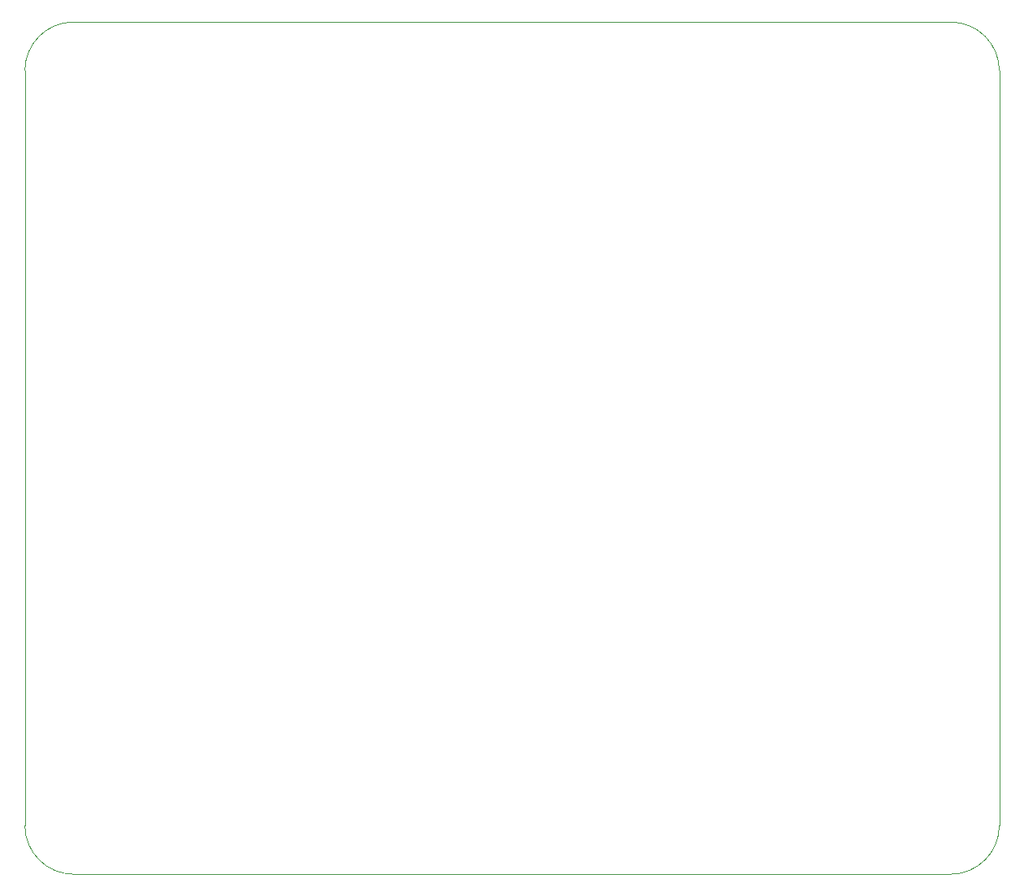
<source format=gbr>
%TF.GenerationSoftware,KiCad,Pcbnew,7.0.6*%
%TF.CreationDate,2023-07-18T18:02:52+08:00*%
%TF.ProjectId,RelayModuleMK1_KiCad,52656c61-794d-46f6-9475-6c654d4b315f,rev?*%
%TF.SameCoordinates,Original*%
%TF.FileFunction,Profile,NP*%
%FSLAX46Y46*%
G04 Gerber Fmt 4.6, Leading zero omitted, Abs format (unit mm)*
G04 Created by KiCad (PCBNEW 7.0.6) date 2023-07-18 18:02:52*
%MOMM*%
%LPD*%
G01*
G04 APERTURE LIST*
%TA.AperFunction,Profile*%
%ADD10C,0.100000*%
%TD*%
G04 APERTURE END LIST*
D10*
X182880000Y-31750000D02*
X274320000Y-31750000D01*
X177800000Y-115570000D02*
X177800000Y-36830000D01*
X279400000Y-36830000D02*
G75*
G03*
X274320000Y-31750000I-5080000J0D01*
G01*
X177800000Y-115570000D02*
G75*
G03*
X182880000Y-120650000I5080000J0D01*
G01*
X279400000Y-36830000D02*
X279400000Y-115570000D01*
X274320000Y-120650000D02*
G75*
G03*
X279400000Y-115570000I0J5080000D01*
G01*
X182880000Y-31750000D02*
G75*
G03*
X177800000Y-36830000I0J-5080000D01*
G01*
X274320000Y-120650000D02*
X182880000Y-120650000D01*
M02*

</source>
